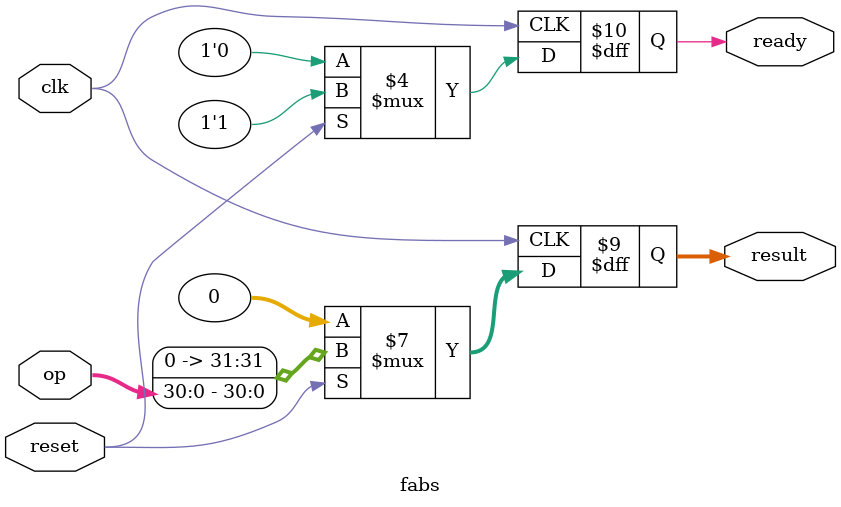
<source format=v>
`timescale 1ns / 100ps
`default_nettype none
module fabs
    (input wire [31:0] op,
    output reg [31:0] result,
    output reg ready,
    input wire reset,
    input wire clk
    );

    always @(posedge clk) begin
        if (~reset) begin
            result <= 32'd0;
            ready <= 1'b0;
        end else begin
           if (ready) begin
                ready <= 1'b0;
            end
            result <= {1'b0, op[30:0]};
            ready <= 1'b1; 
        end
    end
endmodule
`default_nettype wire
</source>
